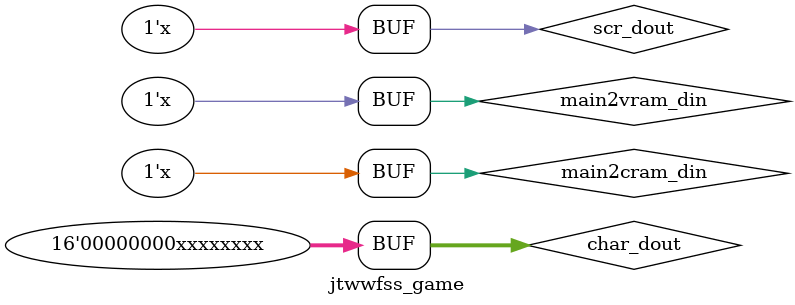
<source format=v>
/*  This file is part of JTCORES.
    JTCORES program is free software: you can redistribute it and/or modify
    it under the terms of the GNU General Public License as published by
    the Free Software Foundation, either version 3 of the License, or
    (at your option) any later version.

    JTCORES program is distributed in the hope that it will be useful,
    but WITHOUT ANY WARRANTY; without even the implied warranty of
    MERCHANTABILITY or FITNESS FOR A PARTICULAR PURPOSE.  See the
    GNU General Public License for more details.

    You should have received a copy of the GNU General Public License
    along with JTCORES.  If not, see <http://www.gnu.org/licenses/>.

    Author: Jose Tejada Gomez. Twitter: @topapate
    Version: 1.0
    Date: 27-8-2024 */

module jtwwfss_game(
    `include "jtframe_game_ports.inc" // see $JTFRAME/hdl/inc/jtframe_game_ports.inc
);

wire [11:1] main_addr;
wire [ 7:0] snd_latch;
wire [15:0] char_dout;
wire [ 1:0] pal_wen;
wire        snd_on;

assign char_dout = {8'd0, main_addr[1] ? char16_dout[7:0] : char16_dout[15:8]};
assign main2cram_din = {2{cpu_dout[7:0]}};

assign scr_dout  = {8'd0, main_addr[1] ? scr16_dout[7:0] : scr16_dout[15:8]};
assign main2vram_din = {2{cpu_dout[7:0]}};

jtwwfss_main u_main(
    .rst        ( rst       ),
    .clk        ( clk       ), // 48 MHz
    .LVBL       ( LVBL      ),

    .main_addr  ( main_addr ),
    .main_dsn   ( main_dsn  ),
    .main_dout  ( main_dout ),
    .main_rnw   ( main_rnw  ),

    .scr_we     ( scr_we    ),
    .cram_we    ( cram_we   ),
    .pal_wen    ( pal_wen   ),
    .oram_cs    ( oram_cs   ),

    .fix_dout   ( fix_dout  ),
    .scr_dout   ( scr_dout  ),
    .oram_dout  ( oram_dout ),
    .pal_dout   ( pal_dout  ),

    .ram_cs     ( ram_cs    ),
    .ram_ok     ( ram_ok    ),
    .ram_dout   ( ram_dout  ),

    .rom_cs     ( rom_cs    ),
    .rom_ok     ( rom_ok    ),
    .rom_data   ( rom_data  ),

    // Sound interface
    .snd_on     ( snd_on        ),
    .snd_latch  ( snd_latch     ),

    .joystick1  ( joystick1     ),
    .joystick2  ( joystick2     ),
    .cab_1p     ( cab_1p        ),
    .coin       ( coin          ),
    .service    ( service       ),
    .dip_pause  ( dip_pause     ),
    .dipsw_a    ( dipsw[ 7:0]   ),
    .dipsw_b    ( dipsw[15:8]   )
);

jtwwfss_sound u_sound(
    .rst        ( rst       ),
    .clk        ( clk       ),

    .cen_fm     ( cen_fm    ),
    .cen_fm2    ( cen_fm2   ),
    .cen_oki    ( cen_oki   ),

    // Interface with main CPU
    .snd_on     ( snd_on    ),
    .snd_latch  ( snd_latch ),

    // ROM
    .rom_addr   ( snd_addr  ),
    .rom_cs     ( snd_cs    ),
    .rom_data   ( snd_data  ),
    .rom_ok     ( snd_ok    ),

    // ADPCM ROM
    .pcm_addr   ( pcm_addr  ),
    .pcm_cs     ( pcm_cs    ),
    .pcm_data   ( pcm_data  ),
    .pcm_ok     ( pcm_ok    ),

    // Sound output
    .fm_l       ( fm_l      ),
    .fm_r       ( fm_r      ),
    .pcm        ( pcm       )
);

endmodule

</source>
